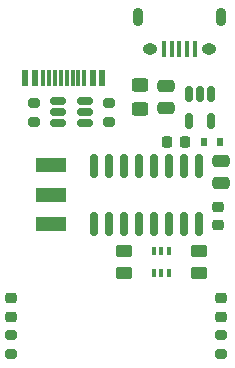
<source format=gtp>
G04 #@! TF.GenerationSoftware,KiCad,Pcbnew,7.0.5-7.0.5~ubuntu22.04.1*
G04 #@! TF.CreationDate,2023-07-13T11:12:20+08:00*
G04 #@! TF.ProjectId,EFP-flash,4546502d-666c-4617-9368-2e6b69636164,v1.1.0*
G04 #@! TF.SameCoordinates,Original*
G04 #@! TF.FileFunction,Paste,Top*
G04 #@! TF.FilePolarity,Positive*
%FSLAX46Y46*%
G04 Gerber Fmt 4.6, Leading zero omitted, Abs format (unit mm)*
G04 Created by KiCad (PCBNEW 7.0.5-7.0.5~ubuntu22.04.1) date 2023-07-13 11:12:20*
%MOMM*%
%LPD*%
G01*
G04 APERTURE LIST*
G04 Aperture macros list*
%AMRoundRect*
0 Rectangle with rounded corners*
0 $1 Rounding radius*
0 $2 $3 $4 $5 $6 $7 $8 $9 X,Y pos of 4 corners*
0 Add a 4 corners polygon primitive as box body*
4,1,4,$2,$3,$4,$5,$6,$7,$8,$9,$2,$3,0*
0 Add four circle primitives for the rounded corners*
1,1,$1+$1,$2,$3*
1,1,$1+$1,$4,$5*
1,1,$1+$1,$6,$7*
1,1,$1+$1,$8,$9*
0 Add four rect primitives between the rounded corners*
20,1,$1+$1,$2,$3,$4,$5,0*
20,1,$1+$1,$4,$5,$6,$7,0*
20,1,$1+$1,$6,$7,$8,$9,0*
20,1,$1+$1,$8,$9,$2,$3,0*%
G04 Aperture macros list end*
%ADD10RoundRect,0.250000X0.450000X-0.262500X0.450000X0.262500X-0.450000X0.262500X-0.450000X-0.262500X0*%
%ADD11O,0.890000X1.550000*%
%ADD12O,1.250000X0.950000*%
%ADD13R,0.400000X1.350000*%
%ADD14RoundRect,0.225000X-0.225000X-0.250000X0.225000X-0.250000X0.225000X0.250000X-0.225000X0.250000X0*%
%ADD15RoundRect,0.150000X-0.512500X-0.150000X0.512500X-0.150000X0.512500X0.150000X-0.512500X0.150000X0*%
%ADD16RoundRect,0.150000X-0.150000X0.512500X-0.150000X-0.512500X0.150000X-0.512500X0.150000X0.512500X0*%
%ADD17RoundRect,0.150000X-0.150000X0.825000X-0.150000X-0.825000X0.150000X-0.825000X0.150000X0.825000X0*%
%ADD18R,0.600000X0.700000*%
%ADD19RoundRect,0.225000X0.250000X-0.225000X0.250000X0.225000X-0.250000X0.225000X-0.250000X-0.225000X0*%
%ADD20RoundRect,0.200000X-0.275000X0.200000X-0.275000X-0.200000X0.275000X-0.200000X0.275000X0.200000X0*%
%ADD21RoundRect,0.200000X0.275000X-0.200000X0.275000X0.200000X-0.275000X0.200000X-0.275000X-0.200000X0*%
%ADD22RoundRect,0.250000X-0.475000X0.250000X-0.475000X-0.250000X0.475000X-0.250000X0.475000X0.250000X0*%
%ADD23R,0.400000X0.650000*%
%ADD24RoundRect,0.218750X0.256250X-0.218750X0.256250X0.218750X-0.256250X0.218750X-0.256250X-0.218750X0*%
%ADD25RoundRect,0.250000X0.475000X-0.250000X0.475000X0.250000X-0.475000X0.250000X-0.475000X-0.250000X0*%
%ADD26R,2.500000X1.250000*%
%ADD27RoundRect,0.250000X0.450000X-0.325000X0.450000X0.325000X-0.450000X0.325000X-0.450000X-0.325000X0*%
%ADD28R,0.600000X1.450000*%
%ADD29R,0.300000X1.450000*%
%ADD30RoundRect,0.250000X-0.450000X0.262500X-0.450000X-0.262500X0.450000X-0.262500X0.450000X0.262500X0*%
G04 APERTURE END LIST*
D10*
G04 #@! TO.C,R104*
X149860000Y-60602500D03*
X149860000Y-58777500D03*
G04 #@! TD*
D11*
G04 #@! TO.C,J101*
X151709000Y-38959000D03*
D12*
X150709000Y-41659000D03*
X145709000Y-41659000D03*
D11*
X144709000Y-38959000D03*
D13*
X149509000Y-41659000D03*
X148859000Y-41659000D03*
X148209000Y-41659000D03*
X147559000Y-41659000D03*
X146909000Y-41659000D03*
G04 #@! TD*
D14*
G04 #@! TO.C,C103*
X147180000Y-49530000D03*
X148730000Y-49530000D03*
G04 #@! TD*
D15*
G04 #@! TO.C,U101*
X137927500Y-46040000D03*
X137927500Y-46990000D03*
X137927500Y-47940000D03*
X140202500Y-47940000D03*
X140202500Y-46990000D03*
X140202500Y-46040000D03*
G04 #@! TD*
D16*
G04 #@! TO.C,U102*
X150937000Y-45471500D03*
X149987000Y-45471500D03*
X149037000Y-45471500D03*
X149037000Y-47746500D03*
X150937000Y-47746500D03*
G04 #@! TD*
D17*
G04 #@! TO.C,U103*
X149860000Y-51500000D03*
X148590000Y-51500000D03*
X147320000Y-51500000D03*
X146050000Y-51500000D03*
X144780000Y-51500000D03*
X143510000Y-51500000D03*
X142240000Y-51500000D03*
X140970000Y-51500000D03*
X140970000Y-56450000D03*
X142240000Y-56450000D03*
X143510000Y-56450000D03*
X144780000Y-56450000D03*
X146050000Y-56450000D03*
X147320000Y-56450000D03*
X148590000Y-56450000D03*
X149860000Y-56450000D03*
G04 #@! TD*
D18*
G04 #@! TO.C,D101*
X151703000Y-49530000D03*
X150303000Y-49530000D03*
G04 #@! TD*
D19*
G04 #@! TO.C,C104*
X151511000Y-56528000D03*
X151511000Y-54978000D03*
G04 #@! TD*
D20*
G04 #@! TO.C,R105*
X133985000Y-65850000D03*
X133985000Y-67500000D03*
G04 #@! TD*
D21*
G04 #@! TO.C,R102*
X142240000Y-47815000D03*
X142240000Y-46165000D03*
G04 #@! TD*
D22*
G04 #@! TO.C,C102*
X151765000Y-51120000D03*
X151765000Y-53020000D03*
G04 #@! TD*
D23*
G04 #@! TO.C,Q101*
X146035000Y-60640000D03*
X146685000Y-60640000D03*
X147335000Y-60640000D03*
X147335000Y-58740000D03*
X146685000Y-58740000D03*
X146035000Y-58740000D03*
G04 #@! TD*
D20*
G04 #@! TO.C,R106*
X151765000Y-65850000D03*
X151765000Y-67500000D03*
G04 #@! TD*
D24*
G04 #@! TO.C,D102*
X133985000Y-64287500D03*
X133985000Y-62712500D03*
G04 #@! TD*
D25*
G04 #@! TO.C,C101*
X147066000Y-46670000D03*
X147066000Y-44770000D03*
G04 #@! TD*
D24*
G04 #@! TO.C,D103*
X151765000Y-64287500D03*
X151765000Y-62712500D03*
G04 #@! TD*
D26*
G04 #@! TO.C,SW101*
X137370000Y-51475000D03*
X137370000Y-53975000D03*
X137370000Y-56475000D03*
G04 #@! TD*
D21*
G04 #@! TO.C,R101*
X135890000Y-47815000D03*
X135890000Y-46165000D03*
G04 #@! TD*
D27*
G04 #@! TO.C,F101*
X144907000Y-46745000D03*
X144907000Y-44695000D03*
G04 #@! TD*
D28*
G04 #@! TO.C,J102*
X141680000Y-44050000D03*
X140880000Y-44050000D03*
D29*
X139680000Y-44050000D03*
X138680000Y-44050000D03*
X138180000Y-44050000D03*
X137180000Y-44050000D03*
D28*
X135980000Y-44050000D03*
X135180000Y-44050000D03*
X135180000Y-44050000D03*
X135980000Y-44050000D03*
D29*
X136680000Y-44050000D03*
X137680000Y-44050000D03*
X139180000Y-44050000D03*
X140180000Y-44050000D03*
D28*
X140880000Y-44050000D03*
X141680000Y-44050000D03*
G04 #@! TD*
D30*
G04 #@! TO.C,R103*
X143510000Y-58777500D03*
X143510000Y-60602500D03*
G04 #@! TD*
M02*

</source>
